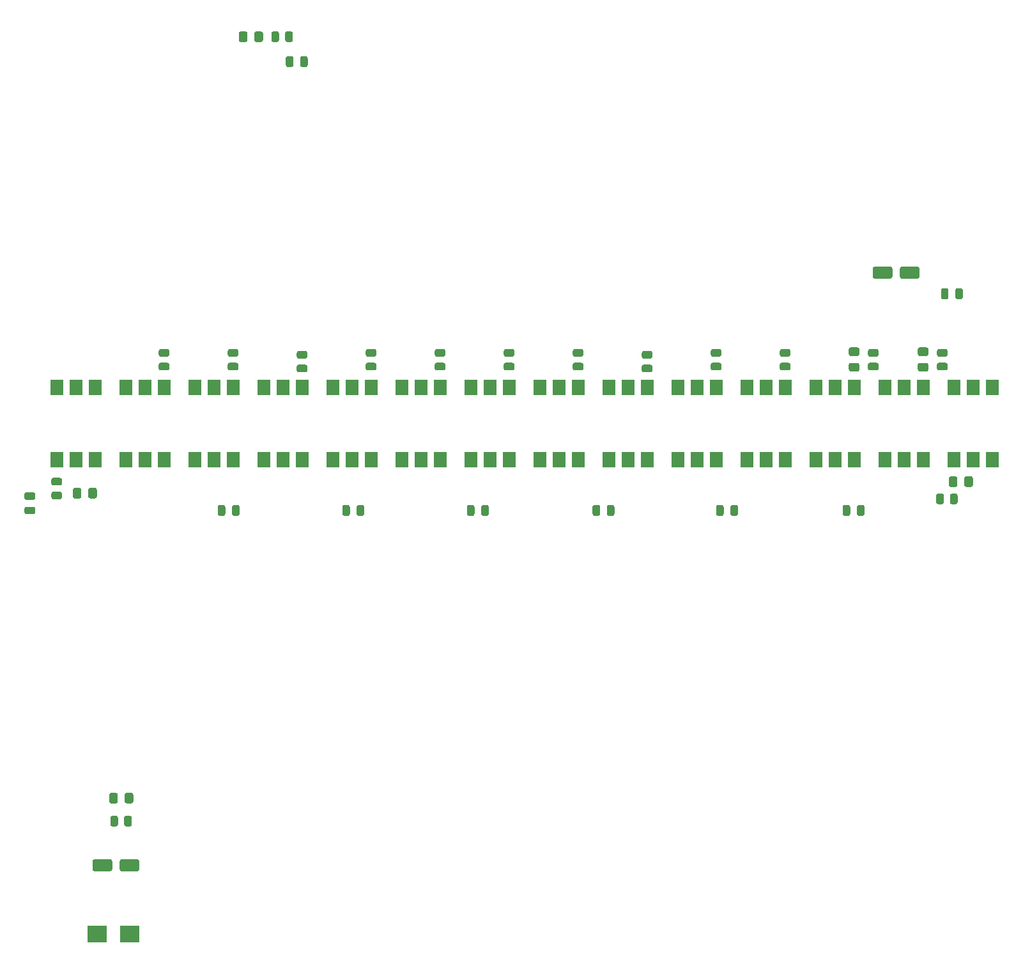
<source format=gbr>
%TF.GenerationSoftware,KiCad,Pcbnew,(5.1.7)-1*%
%TF.CreationDate,2021-01-16T21:20:15+04:00*%
%TF.ProjectId,6dof_controller,36646f66-5f63-46f6-9e74-726f6c6c6572,ver 1.0*%
%TF.SameCoordinates,Original*%
%TF.FileFunction,Paste,Top*%
%TF.FilePolarity,Positive*%
%FSLAX46Y46*%
G04 Gerber Fmt 4.6, Leading zero omitted, Abs format (unit mm)*
G04 Created by KiCad (PCBNEW (5.1.7)-1) date 2021-01-16 21:20:15*
%MOMM*%
%LPD*%
G01*
G04 APERTURE LIST*
%ADD10R,2.500000X2.300000*%
%ADD11R,1.780000X2.000000*%
G04 APERTURE END LIST*
%TO.C,D5*%
G36*
G01*
X232975999Y-72410500D02*
X233876001Y-72410500D01*
G75*
G02*
X234126000Y-72660499I0J-249999D01*
G01*
X234126000Y-73310501D01*
G75*
G02*
X233876001Y-73560500I-249999J0D01*
G01*
X232975999Y-73560500D01*
G75*
G02*
X232726000Y-73310501I0J249999D01*
G01*
X232726000Y-72660499D01*
G75*
G02*
X232975999Y-72410500I249999J0D01*
G01*
G37*
G36*
G01*
X232975999Y-70360500D02*
X233876001Y-70360500D01*
G75*
G02*
X234126000Y-70610499I0J-249999D01*
G01*
X234126000Y-71260501D01*
G75*
G02*
X233876001Y-71510500I-249999J0D01*
G01*
X232975999Y-71510500D01*
G75*
G02*
X232726000Y-71260501I0J249999D01*
G01*
X232726000Y-70610499D01*
G75*
G02*
X232975999Y-70360500I249999J0D01*
G01*
G37*
%TD*%
%TO.C,D4*%
G36*
G01*
X223831999Y-72410500D02*
X224732001Y-72410500D01*
G75*
G02*
X224982000Y-72660499I0J-249999D01*
G01*
X224982000Y-73310501D01*
G75*
G02*
X224732001Y-73560500I-249999J0D01*
G01*
X223831999Y-73560500D01*
G75*
G02*
X223582000Y-73310501I0J249999D01*
G01*
X223582000Y-72660499D01*
G75*
G02*
X223831999Y-72410500I249999J0D01*
G01*
G37*
G36*
G01*
X223831999Y-70360500D02*
X224732001Y-70360500D01*
G75*
G02*
X224982000Y-70610499I0J-249999D01*
G01*
X224982000Y-71260501D01*
G75*
G02*
X224732001Y-71510500I-249999J0D01*
G01*
X223831999Y-71510500D01*
G75*
G02*
X223582000Y-71260501I0J249999D01*
G01*
X223582000Y-70610499D01*
G75*
G02*
X223831999Y-70360500I249999J0D01*
G01*
G37*
%TD*%
%TO.C,D3*%
G36*
G01*
X144800500Y-29660001D02*
X144800500Y-28759999D01*
G75*
G02*
X145050499Y-28510000I249999J0D01*
G01*
X145700501Y-28510000D01*
G75*
G02*
X145950500Y-28759999I0J-249999D01*
G01*
X145950500Y-29660001D01*
G75*
G02*
X145700501Y-29910000I-249999J0D01*
G01*
X145050499Y-29910000D01*
G75*
G02*
X144800500Y-29660001I0J249999D01*
G01*
G37*
G36*
G01*
X142750500Y-29660001D02*
X142750500Y-28759999D01*
G75*
G02*
X143000499Y-28510000I249999J0D01*
G01*
X143650501Y-28510000D01*
G75*
G02*
X143900500Y-28759999I0J-249999D01*
G01*
X143900500Y-29660001D01*
G75*
G02*
X143650501Y-29910000I-249999J0D01*
G01*
X143000499Y-29910000D01*
G75*
G02*
X142750500Y-29660001I0J249999D01*
G01*
G37*
%TD*%
%TO.C,D2*%
G36*
G01*
X126725500Y-129597999D02*
X126725500Y-130498001D01*
G75*
G02*
X126475501Y-130748000I-249999J0D01*
G01*
X125825499Y-130748000D01*
G75*
G02*
X125575500Y-130498001I0J249999D01*
G01*
X125575500Y-129597999D01*
G75*
G02*
X125825499Y-129348000I249999J0D01*
G01*
X126475501Y-129348000D01*
G75*
G02*
X126725500Y-129597999I0J-249999D01*
G01*
G37*
G36*
G01*
X128775500Y-129597999D02*
X128775500Y-130498001D01*
G75*
G02*
X128525501Y-130748000I-249999J0D01*
G01*
X127875499Y-130748000D01*
G75*
G02*
X127625500Y-130498001I0J249999D01*
G01*
X127625500Y-129597999D01*
G75*
G02*
X127875499Y-129348000I249999J0D01*
G01*
X128525501Y-129348000D01*
G75*
G02*
X128775500Y-129597999I0J-249999D01*
G01*
G37*
%TD*%
%TO.C,\u002AD4*%
G36*
G01*
X121899500Y-89211999D02*
X121899500Y-90112001D01*
G75*
G02*
X121649501Y-90362000I-249999J0D01*
G01*
X120999499Y-90362000D01*
G75*
G02*
X120749500Y-90112001I0J249999D01*
G01*
X120749500Y-89211999D01*
G75*
G02*
X120999499Y-88962000I249999J0D01*
G01*
X121649501Y-88962000D01*
G75*
G02*
X121899500Y-89211999I0J-249999D01*
G01*
G37*
G36*
G01*
X123949500Y-89211999D02*
X123949500Y-90112001D01*
G75*
G02*
X123699501Y-90362000I-249999J0D01*
G01*
X123049499Y-90362000D01*
G75*
G02*
X122799500Y-90112001I0J249999D01*
G01*
X122799500Y-89211999D01*
G75*
G02*
X123049499Y-88962000I249999J0D01*
G01*
X123699501Y-88962000D01*
G75*
G02*
X123949500Y-89211999I0J-249999D01*
G01*
G37*
%TD*%
%TO.C,\u002AD1*%
G36*
G01*
X237977500Y-87687999D02*
X237977500Y-88588001D01*
G75*
G02*
X237727501Y-88838000I-249999J0D01*
G01*
X237077499Y-88838000D01*
G75*
G02*
X236827500Y-88588001I0J249999D01*
G01*
X236827500Y-87687999D01*
G75*
G02*
X237077499Y-87438000I249999J0D01*
G01*
X237727501Y-87438000D01*
G75*
G02*
X237977500Y-87687999I0J-249999D01*
G01*
G37*
G36*
G01*
X240027500Y-87687999D02*
X240027500Y-88588001D01*
G75*
G02*
X239777501Y-88838000I-249999J0D01*
G01*
X239127499Y-88838000D01*
G75*
G02*
X238877500Y-88588001I0J249999D01*
G01*
X238877500Y-87687999D01*
G75*
G02*
X239127499Y-87438000I249999J0D01*
G01*
X239777501Y-87438000D01*
G75*
G02*
X240027500Y-87687999I0J-249999D01*
G01*
G37*
%TD*%
%TO.C,C13*%
G36*
G01*
X191524000Y-92423000D02*
X191524000Y-91473000D01*
G75*
G02*
X191774000Y-91223000I250000J0D01*
G01*
X192274000Y-91223000D01*
G75*
G02*
X192524000Y-91473000I0J-250000D01*
G01*
X192524000Y-92423000D01*
G75*
G02*
X192274000Y-92673000I-250000J0D01*
G01*
X191774000Y-92673000D01*
G75*
G02*
X191524000Y-92423000I0J250000D01*
G01*
G37*
G36*
G01*
X189624000Y-92423000D02*
X189624000Y-91473000D01*
G75*
G02*
X189874000Y-91223000I250000J0D01*
G01*
X190374000Y-91223000D01*
G75*
G02*
X190624000Y-91473000I0J-250000D01*
G01*
X190624000Y-92423000D01*
G75*
G02*
X190374000Y-92673000I-250000J0D01*
G01*
X189874000Y-92673000D01*
G75*
G02*
X189624000Y-92423000I0J250000D01*
G01*
G37*
%TD*%
%TO.C,C11*%
G36*
G01*
X224666000Y-92423000D02*
X224666000Y-91473000D01*
G75*
G02*
X224916000Y-91223000I250000J0D01*
G01*
X225416000Y-91223000D01*
G75*
G02*
X225666000Y-91473000I0J-250000D01*
G01*
X225666000Y-92423000D01*
G75*
G02*
X225416000Y-92673000I-250000J0D01*
G01*
X224916000Y-92673000D01*
G75*
G02*
X224666000Y-92423000I0J250000D01*
G01*
G37*
G36*
G01*
X222766000Y-92423000D02*
X222766000Y-91473000D01*
G75*
G02*
X223016000Y-91223000I250000J0D01*
G01*
X223516000Y-91223000D01*
G75*
G02*
X223766000Y-91473000I0J-250000D01*
G01*
X223766000Y-92423000D01*
G75*
G02*
X223516000Y-92673000I-250000J0D01*
G01*
X223016000Y-92673000D01*
G75*
G02*
X222766000Y-92423000I0J250000D01*
G01*
G37*
%TD*%
%TO.C,C9*%
G36*
G01*
X158372000Y-92423000D02*
X158372000Y-91473000D01*
G75*
G02*
X158622000Y-91223000I250000J0D01*
G01*
X159122000Y-91223000D01*
G75*
G02*
X159372000Y-91473000I0J-250000D01*
G01*
X159372000Y-92423000D01*
G75*
G02*
X159122000Y-92673000I-250000J0D01*
G01*
X158622000Y-92673000D01*
G75*
G02*
X158372000Y-92423000I0J250000D01*
G01*
G37*
G36*
G01*
X156472000Y-92423000D02*
X156472000Y-91473000D01*
G75*
G02*
X156722000Y-91223000I250000J0D01*
G01*
X157222000Y-91223000D01*
G75*
G02*
X157472000Y-91473000I0J-250000D01*
G01*
X157472000Y-92423000D01*
G75*
G02*
X157222000Y-92673000I-250000J0D01*
G01*
X156722000Y-92673000D01*
G75*
G02*
X156472000Y-92423000I0J250000D01*
G01*
G37*
%TD*%
%TO.C,C18*%
G36*
G01*
X237686000Y-63721000D02*
X237686000Y-62771000D01*
G75*
G02*
X237936000Y-62521000I250000J0D01*
G01*
X238436000Y-62521000D01*
G75*
G02*
X238686000Y-62771000I0J-250000D01*
G01*
X238686000Y-63721000D01*
G75*
G02*
X238436000Y-63971000I-250000J0D01*
G01*
X237936000Y-63971000D01*
G75*
G02*
X237686000Y-63721000I0J250000D01*
G01*
G37*
G36*
G01*
X235786000Y-63721000D02*
X235786000Y-62771000D01*
G75*
G02*
X236036000Y-62521000I250000J0D01*
G01*
X236536000Y-62521000D01*
G75*
G02*
X236786000Y-62771000I0J-250000D01*
G01*
X236786000Y-63721000D01*
G75*
G02*
X236536000Y-63971000I-250000J0D01*
G01*
X236036000Y-63971000D01*
G75*
G02*
X235786000Y-63721000I0J250000D01*
G01*
G37*
%TD*%
%TO.C,C17*%
G36*
G01*
X149984000Y-32037000D02*
X149984000Y-32987000D01*
G75*
G02*
X149734000Y-33237000I-250000J0D01*
G01*
X149234000Y-33237000D01*
G75*
G02*
X148984000Y-32987000I0J250000D01*
G01*
X148984000Y-32037000D01*
G75*
G02*
X149234000Y-31787000I250000J0D01*
G01*
X149734000Y-31787000D01*
G75*
G02*
X149984000Y-32037000I0J-250000D01*
G01*
G37*
G36*
G01*
X151884000Y-32037000D02*
X151884000Y-32987000D01*
G75*
G02*
X151634000Y-33237000I-250000J0D01*
G01*
X151134000Y-33237000D01*
G75*
G02*
X150884000Y-32987000I0J250000D01*
G01*
X150884000Y-32037000D01*
G75*
G02*
X151134000Y-31787000I250000J0D01*
G01*
X151634000Y-31787000D01*
G75*
G02*
X151884000Y-32037000I0J-250000D01*
G01*
G37*
%TD*%
%TO.C,C7*%
G36*
G01*
X207902000Y-92423000D02*
X207902000Y-91473000D01*
G75*
G02*
X208152000Y-91223000I250000J0D01*
G01*
X208652000Y-91223000D01*
G75*
G02*
X208902000Y-91473000I0J-250000D01*
G01*
X208902000Y-92423000D01*
G75*
G02*
X208652000Y-92673000I-250000J0D01*
G01*
X208152000Y-92673000D01*
G75*
G02*
X207902000Y-92423000I0J250000D01*
G01*
G37*
G36*
G01*
X206002000Y-92423000D02*
X206002000Y-91473000D01*
G75*
G02*
X206252000Y-91223000I250000J0D01*
G01*
X206752000Y-91223000D01*
G75*
G02*
X207002000Y-91473000I0J-250000D01*
G01*
X207002000Y-92423000D01*
G75*
G02*
X206752000Y-92673000I-250000J0D01*
G01*
X206252000Y-92673000D01*
G75*
G02*
X206002000Y-92423000I0J250000D01*
G01*
G37*
%TD*%
%TO.C,C5*%
G36*
G01*
X115537000Y-90548000D02*
X114587000Y-90548000D01*
G75*
G02*
X114337000Y-90298000I0J250000D01*
G01*
X114337000Y-89798000D01*
G75*
G02*
X114587000Y-89548000I250000J0D01*
G01*
X115537000Y-89548000D01*
G75*
G02*
X115787000Y-89798000I0J-250000D01*
G01*
X115787000Y-90298000D01*
G75*
G02*
X115537000Y-90548000I-250000J0D01*
G01*
G37*
G36*
G01*
X115537000Y-92448000D02*
X114587000Y-92448000D01*
G75*
G02*
X114337000Y-92198000I0J250000D01*
G01*
X114337000Y-91698000D01*
G75*
G02*
X114587000Y-91448000I250000J0D01*
G01*
X115537000Y-91448000D01*
G75*
G02*
X115787000Y-91698000I0J-250000D01*
G01*
X115787000Y-92198000D01*
G75*
G02*
X115537000Y-92448000I-250000J0D01*
G01*
G37*
%TD*%
%TO.C,C3*%
G36*
G01*
X174882000Y-92423000D02*
X174882000Y-91473000D01*
G75*
G02*
X175132000Y-91223000I250000J0D01*
G01*
X175632000Y-91223000D01*
G75*
G02*
X175882000Y-91473000I0J-250000D01*
G01*
X175882000Y-92423000D01*
G75*
G02*
X175632000Y-92673000I-250000J0D01*
G01*
X175132000Y-92673000D01*
G75*
G02*
X174882000Y-92423000I0J250000D01*
G01*
G37*
G36*
G01*
X172982000Y-92423000D02*
X172982000Y-91473000D01*
G75*
G02*
X173232000Y-91223000I250000J0D01*
G01*
X173732000Y-91223000D01*
G75*
G02*
X173982000Y-91473000I0J-250000D01*
G01*
X173982000Y-92423000D01*
G75*
G02*
X173732000Y-92673000I-250000J0D01*
G01*
X173232000Y-92673000D01*
G75*
G02*
X172982000Y-92423000I0J250000D01*
G01*
G37*
%TD*%
%TO.C,C2*%
G36*
G01*
X141862000Y-92423000D02*
X141862000Y-91473000D01*
G75*
G02*
X142112000Y-91223000I250000J0D01*
G01*
X142612000Y-91223000D01*
G75*
G02*
X142862000Y-91473000I0J-250000D01*
G01*
X142862000Y-92423000D01*
G75*
G02*
X142612000Y-92673000I-250000J0D01*
G01*
X142112000Y-92673000D01*
G75*
G02*
X141862000Y-92423000I0J250000D01*
G01*
G37*
G36*
G01*
X139962000Y-92423000D02*
X139962000Y-91473000D01*
G75*
G02*
X140212000Y-91223000I250000J0D01*
G01*
X140712000Y-91223000D01*
G75*
G02*
X140962000Y-91473000I0J-250000D01*
G01*
X140962000Y-92423000D01*
G75*
G02*
X140712000Y-92673000I-250000J0D01*
G01*
X140212000Y-92673000D01*
G75*
G02*
X139962000Y-92423000I0J250000D01*
G01*
G37*
%TD*%
%TO.C,C15*%
G36*
G01*
X229348000Y-59902000D02*
X229348000Y-61002000D01*
G75*
G02*
X229098000Y-61252000I-250000J0D01*
G01*
X226998000Y-61252000D01*
G75*
G02*
X226748000Y-61002000I0J250000D01*
G01*
X226748000Y-59902000D01*
G75*
G02*
X226998000Y-59652000I250000J0D01*
G01*
X229098000Y-59652000D01*
G75*
G02*
X229348000Y-59902000I0J-250000D01*
G01*
G37*
G36*
G01*
X232948000Y-59902000D02*
X232948000Y-61002000D01*
G75*
G02*
X232698000Y-61252000I-250000J0D01*
G01*
X230598000Y-61252000D01*
G75*
G02*
X230348000Y-61002000I0J250000D01*
G01*
X230348000Y-59902000D01*
G75*
G02*
X230598000Y-59652000I250000J0D01*
G01*
X232698000Y-59652000D01*
G75*
G02*
X232948000Y-59902000I0J-250000D01*
G01*
G37*
%TD*%
%TO.C,C1*%
G36*
G01*
X129570000Y-138388000D02*
X129570000Y-139488000D01*
G75*
G02*
X129320000Y-139738000I-250000J0D01*
G01*
X127220000Y-139738000D01*
G75*
G02*
X126970000Y-139488000I0J250000D01*
G01*
X126970000Y-138388000D01*
G75*
G02*
X127220000Y-138138000I250000J0D01*
G01*
X129320000Y-138138000D01*
G75*
G02*
X129570000Y-138388000I0J-250000D01*
G01*
G37*
G36*
G01*
X125970000Y-138388000D02*
X125970000Y-139488000D01*
G75*
G02*
X125720000Y-139738000I-250000J0D01*
G01*
X123620000Y-139738000D01*
G75*
G02*
X123370000Y-139488000I0J250000D01*
G01*
X123370000Y-138388000D01*
G75*
G02*
X123620000Y-138138000I250000J0D01*
G01*
X125720000Y-138138000D01*
G75*
G02*
X125970000Y-138388000I0J-250000D01*
G01*
G37*
%TD*%
D10*
%TO.C,\u002AD2*%
X123970000Y-148082000D03*
X128270000Y-148082000D03*
%TD*%
%TO.C,R3*%
G36*
G01*
X226371998Y-72385500D02*
X227272002Y-72385500D01*
G75*
G02*
X227522000Y-72635498I0J-249998D01*
G01*
X227522000Y-73160502D01*
G75*
G02*
X227272002Y-73410500I-249998J0D01*
G01*
X226371998Y-73410500D01*
G75*
G02*
X226122000Y-73160502I0J249998D01*
G01*
X226122000Y-72635498D01*
G75*
G02*
X226371998Y-72385500I249998J0D01*
G01*
G37*
G36*
G01*
X226371998Y-70560500D02*
X227272002Y-70560500D01*
G75*
G02*
X227522000Y-70810498I0J-249998D01*
G01*
X227522000Y-71335502D01*
G75*
G02*
X227272002Y-71585500I-249998J0D01*
G01*
X226371998Y-71585500D01*
G75*
G02*
X226122000Y-71335502I0J249998D01*
G01*
X226122000Y-70810498D01*
G75*
G02*
X226371998Y-70560500I249998J0D01*
G01*
G37*
%TD*%
%TO.C,R2*%
G36*
G01*
X148086500Y-28759998D02*
X148086500Y-29660002D01*
G75*
G02*
X147836502Y-29910000I-249998J0D01*
G01*
X147311498Y-29910000D01*
G75*
G02*
X147061500Y-29660002I0J249998D01*
G01*
X147061500Y-28759998D01*
G75*
G02*
X147311498Y-28510000I249998J0D01*
G01*
X147836502Y-28510000D01*
G75*
G02*
X148086500Y-28759998I0J-249998D01*
G01*
G37*
G36*
G01*
X149911500Y-28759998D02*
X149911500Y-29660002D01*
G75*
G02*
X149661502Y-29910000I-249998J0D01*
G01*
X149136498Y-29910000D01*
G75*
G02*
X148886500Y-29660002I0J249998D01*
G01*
X148886500Y-28759998D01*
G75*
G02*
X149136498Y-28510000I249998J0D01*
G01*
X149661502Y-28510000D01*
G75*
G02*
X149911500Y-28759998I0J-249998D01*
G01*
G37*
%TD*%
%TO.C,\u002AR1*%
G36*
G01*
X238002500Y-89973998D02*
X238002500Y-90874002D01*
G75*
G02*
X237752502Y-91124000I-249998J0D01*
G01*
X237227498Y-91124000D01*
G75*
G02*
X236977500Y-90874002I0J249998D01*
G01*
X236977500Y-89973998D01*
G75*
G02*
X237227498Y-89724000I249998J0D01*
G01*
X237752502Y-89724000D01*
G75*
G02*
X238002500Y-89973998I0J-249998D01*
G01*
G37*
G36*
G01*
X236177500Y-89973998D02*
X236177500Y-90874002D01*
G75*
G02*
X235927502Y-91124000I-249998J0D01*
G01*
X235402498Y-91124000D01*
G75*
G02*
X235152500Y-90874002I0J249998D01*
G01*
X235152500Y-89973998D01*
G75*
G02*
X235402498Y-89724000I249998J0D01*
G01*
X235927502Y-89724000D01*
G75*
G02*
X236177500Y-89973998I0J-249998D01*
G01*
G37*
%TD*%
%TO.C,R1*%
G36*
G01*
X126750500Y-132645998D02*
X126750500Y-133546002D01*
G75*
G02*
X126500502Y-133796000I-249998J0D01*
G01*
X125975498Y-133796000D01*
G75*
G02*
X125725500Y-133546002I0J249998D01*
G01*
X125725500Y-132645998D01*
G75*
G02*
X125975498Y-132396000I249998J0D01*
G01*
X126500502Y-132396000D01*
G75*
G02*
X126750500Y-132645998I0J-249998D01*
G01*
G37*
G36*
G01*
X128575500Y-132645998D02*
X128575500Y-133546002D01*
G75*
G02*
X128325502Y-133796000I-249998J0D01*
G01*
X127800498Y-133796000D01*
G75*
G02*
X127550500Y-133546002I0J249998D01*
G01*
X127550500Y-132645998D01*
G75*
G02*
X127800498Y-132396000I249998J0D01*
G01*
X128325502Y-132396000D01*
G75*
G02*
X128575500Y-132645998I0J-249998D01*
G01*
G37*
%TD*%
%TO.C,R4*%
G36*
G01*
X205543998Y-70560500D02*
X206444002Y-70560500D01*
G75*
G02*
X206694000Y-70810498I0J-249998D01*
G01*
X206694000Y-71335502D01*
G75*
G02*
X206444002Y-71585500I-249998J0D01*
G01*
X205543998Y-71585500D01*
G75*
G02*
X205294000Y-71335502I0J249998D01*
G01*
X205294000Y-70810498D01*
G75*
G02*
X205543998Y-70560500I249998J0D01*
G01*
G37*
G36*
G01*
X205543998Y-72385500D02*
X206444002Y-72385500D01*
G75*
G02*
X206694000Y-72635498I0J-249998D01*
G01*
X206694000Y-73160502D01*
G75*
G02*
X206444002Y-73410500I-249998J0D01*
G01*
X205543998Y-73410500D01*
G75*
G02*
X205294000Y-73160502I0J249998D01*
G01*
X205294000Y-72635498D01*
G75*
G02*
X205543998Y-72385500I249998J0D01*
G01*
G37*
%TD*%
%TO.C,R5*%
G36*
G01*
X187255998Y-70560500D02*
X188156002Y-70560500D01*
G75*
G02*
X188406000Y-70810498I0J-249998D01*
G01*
X188406000Y-71335502D01*
G75*
G02*
X188156002Y-71585500I-249998J0D01*
G01*
X187255998Y-71585500D01*
G75*
G02*
X187006000Y-71335502I0J249998D01*
G01*
X187006000Y-70810498D01*
G75*
G02*
X187255998Y-70560500I249998J0D01*
G01*
G37*
G36*
G01*
X187255998Y-72385500D02*
X188156002Y-72385500D01*
G75*
G02*
X188406000Y-72635498I0J-249998D01*
G01*
X188406000Y-73160502D01*
G75*
G02*
X188156002Y-73410500I-249998J0D01*
G01*
X187255998Y-73410500D01*
G75*
G02*
X187006000Y-73160502I0J249998D01*
G01*
X187006000Y-72635498D01*
G75*
G02*
X187255998Y-72385500I249998J0D01*
G01*
G37*
%TD*%
%TO.C,R6*%
G36*
G01*
X168967998Y-70560500D02*
X169868002Y-70560500D01*
G75*
G02*
X170118000Y-70810498I0J-249998D01*
G01*
X170118000Y-71335502D01*
G75*
G02*
X169868002Y-71585500I-249998J0D01*
G01*
X168967998Y-71585500D01*
G75*
G02*
X168718000Y-71335502I0J249998D01*
G01*
X168718000Y-70810498D01*
G75*
G02*
X168967998Y-70560500I249998J0D01*
G01*
G37*
G36*
G01*
X168967998Y-72385500D02*
X169868002Y-72385500D01*
G75*
G02*
X170118000Y-72635498I0J-249998D01*
G01*
X170118000Y-73160502D01*
G75*
G02*
X169868002Y-73410500I-249998J0D01*
G01*
X168967998Y-73410500D01*
G75*
G02*
X168718000Y-73160502I0J249998D01*
G01*
X168718000Y-72635498D01*
G75*
G02*
X168967998Y-72385500I249998J0D01*
G01*
G37*
%TD*%
%TO.C,R7*%
G36*
G01*
X150679998Y-70814500D02*
X151580002Y-70814500D01*
G75*
G02*
X151830000Y-71064498I0J-249998D01*
G01*
X151830000Y-71589502D01*
G75*
G02*
X151580002Y-71839500I-249998J0D01*
G01*
X150679998Y-71839500D01*
G75*
G02*
X150430000Y-71589502I0J249998D01*
G01*
X150430000Y-71064498D01*
G75*
G02*
X150679998Y-70814500I249998J0D01*
G01*
G37*
G36*
G01*
X150679998Y-72639500D02*
X151580002Y-72639500D01*
G75*
G02*
X151830000Y-72889498I0J-249998D01*
G01*
X151830000Y-73414502D01*
G75*
G02*
X151580002Y-73664500I-249998J0D01*
G01*
X150679998Y-73664500D01*
G75*
G02*
X150430000Y-73414502I0J249998D01*
G01*
X150430000Y-72889498D01*
G75*
G02*
X150679998Y-72639500I249998J0D01*
G01*
G37*
%TD*%
%TO.C,R8*%
G36*
G01*
X132391998Y-70560500D02*
X133292002Y-70560500D01*
G75*
G02*
X133542000Y-70810498I0J-249998D01*
G01*
X133542000Y-71335502D01*
G75*
G02*
X133292002Y-71585500I-249998J0D01*
G01*
X132391998Y-71585500D01*
G75*
G02*
X132142000Y-71335502I0J249998D01*
G01*
X132142000Y-70810498D01*
G75*
G02*
X132391998Y-70560500I249998J0D01*
G01*
G37*
G36*
G01*
X132391998Y-72385500D02*
X133292002Y-72385500D01*
G75*
G02*
X133542000Y-72635498I0J-249998D01*
G01*
X133542000Y-73160502D01*
G75*
G02*
X133292002Y-73410500I-249998J0D01*
G01*
X132391998Y-73410500D01*
G75*
G02*
X132142000Y-73160502I0J249998D01*
G01*
X132142000Y-72635498D01*
G75*
G02*
X132391998Y-72385500I249998J0D01*
G01*
G37*
%TD*%
%TO.C,\u002AR2*%
G36*
G01*
X119068002Y-88650500D02*
X118167998Y-88650500D01*
G75*
G02*
X117918000Y-88400502I0J249998D01*
G01*
X117918000Y-87875498D01*
G75*
G02*
X118167998Y-87625500I249998J0D01*
G01*
X119068002Y-87625500D01*
G75*
G02*
X119318000Y-87875498I0J-249998D01*
G01*
X119318000Y-88400502D01*
G75*
G02*
X119068002Y-88650500I-249998J0D01*
G01*
G37*
G36*
G01*
X119068002Y-90475500D02*
X118167998Y-90475500D01*
G75*
G02*
X117918000Y-90225502I0J249998D01*
G01*
X117918000Y-89700498D01*
G75*
G02*
X118167998Y-89450500I249998J0D01*
G01*
X119068002Y-89450500D01*
G75*
G02*
X119318000Y-89700498I0J-249998D01*
G01*
X119318000Y-90225502D01*
G75*
G02*
X119068002Y-90475500I-249998J0D01*
G01*
G37*
%TD*%
%TO.C,R9*%
G36*
G01*
X235515998Y-70560500D02*
X236416002Y-70560500D01*
G75*
G02*
X236666000Y-70810498I0J-249998D01*
G01*
X236666000Y-71335502D01*
G75*
G02*
X236416002Y-71585500I-249998J0D01*
G01*
X235515998Y-71585500D01*
G75*
G02*
X235266000Y-71335502I0J249998D01*
G01*
X235266000Y-70810498D01*
G75*
G02*
X235515998Y-70560500I249998J0D01*
G01*
G37*
G36*
G01*
X235515998Y-72385500D02*
X236416002Y-72385500D01*
G75*
G02*
X236666000Y-72635498I0J-249998D01*
G01*
X236666000Y-73160502D01*
G75*
G02*
X236416002Y-73410500I-249998J0D01*
G01*
X235515998Y-73410500D01*
G75*
G02*
X235266000Y-73160502I0J249998D01*
G01*
X235266000Y-72635498D01*
G75*
G02*
X235515998Y-72385500I249998J0D01*
G01*
G37*
%TD*%
%TO.C,R10*%
G36*
G01*
X214687998Y-72385500D02*
X215588002Y-72385500D01*
G75*
G02*
X215838000Y-72635498I0J-249998D01*
G01*
X215838000Y-73160502D01*
G75*
G02*
X215588002Y-73410500I-249998J0D01*
G01*
X214687998Y-73410500D01*
G75*
G02*
X214438000Y-73160502I0J249998D01*
G01*
X214438000Y-72635498D01*
G75*
G02*
X214687998Y-72385500I249998J0D01*
G01*
G37*
G36*
G01*
X214687998Y-70560500D02*
X215588002Y-70560500D01*
G75*
G02*
X215838000Y-70810498I0J-249998D01*
G01*
X215838000Y-71335502D01*
G75*
G02*
X215588002Y-71585500I-249998J0D01*
G01*
X214687998Y-71585500D01*
G75*
G02*
X214438000Y-71335502I0J249998D01*
G01*
X214438000Y-70810498D01*
G75*
G02*
X214687998Y-70560500I249998J0D01*
G01*
G37*
%TD*%
%TO.C,R11*%
G36*
G01*
X196399998Y-70814500D02*
X197300002Y-70814500D01*
G75*
G02*
X197550000Y-71064498I0J-249998D01*
G01*
X197550000Y-71589502D01*
G75*
G02*
X197300002Y-71839500I-249998J0D01*
G01*
X196399998Y-71839500D01*
G75*
G02*
X196150000Y-71589502I0J249998D01*
G01*
X196150000Y-71064498D01*
G75*
G02*
X196399998Y-70814500I249998J0D01*
G01*
G37*
G36*
G01*
X196399998Y-72639500D02*
X197300002Y-72639500D01*
G75*
G02*
X197550000Y-72889498I0J-249998D01*
G01*
X197550000Y-73414502D01*
G75*
G02*
X197300002Y-73664500I-249998J0D01*
G01*
X196399998Y-73664500D01*
G75*
G02*
X196150000Y-73414502I0J249998D01*
G01*
X196150000Y-72889498D01*
G75*
G02*
X196399998Y-72639500I249998J0D01*
G01*
G37*
%TD*%
%TO.C,R12*%
G36*
G01*
X178111998Y-72385500D02*
X179012002Y-72385500D01*
G75*
G02*
X179262000Y-72635498I0J-249998D01*
G01*
X179262000Y-73160502D01*
G75*
G02*
X179012002Y-73410500I-249998J0D01*
G01*
X178111998Y-73410500D01*
G75*
G02*
X177862000Y-73160502I0J249998D01*
G01*
X177862000Y-72635498D01*
G75*
G02*
X178111998Y-72385500I249998J0D01*
G01*
G37*
G36*
G01*
X178111998Y-70560500D02*
X179012002Y-70560500D01*
G75*
G02*
X179262000Y-70810498I0J-249998D01*
G01*
X179262000Y-71335502D01*
G75*
G02*
X179012002Y-71585500I-249998J0D01*
G01*
X178111998Y-71585500D01*
G75*
G02*
X177862000Y-71335502I0J249998D01*
G01*
X177862000Y-70810498D01*
G75*
G02*
X178111998Y-70560500I249998J0D01*
G01*
G37*
%TD*%
%TO.C,R13*%
G36*
G01*
X159823998Y-70560500D02*
X160724002Y-70560500D01*
G75*
G02*
X160974000Y-70810498I0J-249998D01*
G01*
X160974000Y-71335502D01*
G75*
G02*
X160724002Y-71585500I-249998J0D01*
G01*
X159823998Y-71585500D01*
G75*
G02*
X159574000Y-71335502I0J249998D01*
G01*
X159574000Y-70810498D01*
G75*
G02*
X159823998Y-70560500I249998J0D01*
G01*
G37*
G36*
G01*
X159823998Y-72385500D02*
X160724002Y-72385500D01*
G75*
G02*
X160974000Y-72635498I0J-249998D01*
G01*
X160974000Y-73160502D01*
G75*
G02*
X160724002Y-73410500I-249998J0D01*
G01*
X159823998Y-73410500D01*
G75*
G02*
X159574000Y-73160502I0J249998D01*
G01*
X159574000Y-72635498D01*
G75*
G02*
X159823998Y-72385500I249998J0D01*
G01*
G37*
%TD*%
%TO.C,R14*%
G36*
G01*
X141535998Y-72385500D02*
X142436002Y-72385500D01*
G75*
G02*
X142686000Y-72635498I0J-249998D01*
G01*
X142686000Y-73160502D01*
G75*
G02*
X142436002Y-73410500I-249998J0D01*
G01*
X141535998Y-73410500D01*
G75*
G02*
X141286000Y-73160502I0J249998D01*
G01*
X141286000Y-72635498D01*
G75*
G02*
X141535998Y-72385500I249998J0D01*
G01*
G37*
G36*
G01*
X141535998Y-70560500D02*
X142436002Y-70560500D01*
G75*
G02*
X142686000Y-70810498I0J-249998D01*
G01*
X142686000Y-71335502D01*
G75*
G02*
X142436002Y-71585500I-249998J0D01*
G01*
X141535998Y-71585500D01*
G75*
G02*
X141286000Y-71335502I0J249998D01*
G01*
X141286000Y-70810498D01*
G75*
G02*
X141535998Y-70560500I249998J0D01*
G01*
G37*
%TD*%
D11*
%TO.C,U3*%
X224282000Y-75692000D03*
X219202000Y-85222000D03*
X221742000Y-75692000D03*
X221742000Y-85222000D03*
X219202000Y-75692000D03*
X224282000Y-85222000D03*
%TD*%
%TO.C,\u002AU1*%
X237490000Y-75692000D03*
X242570000Y-85222000D03*
X240030000Y-75692000D03*
X240030000Y-85222000D03*
X242570000Y-75692000D03*
X237490000Y-85222000D03*
%TD*%
%TO.C,U4*%
X205994000Y-85222000D03*
X200914000Y-75692000D03*
X203454000Y-85222000D03*
X203454000Y-75692000D03*
X200914000Y-85222000D03*
X205994000Y-75692000D03*
%TD*%
%TO.C,U5*%
X187706000Y-75692000D03*
X182626000Y-85222000D03*
X185166000Y-75692000D03*
X185166000Y-85222000D03*
X182626000Y-75692000D03*
X187706000Y-85222000D03*
%TD*%
%TO.C,U6*%
X169418000Y-85222000D03*
X164338000Y-75692000D03*
X166878000Y-85222000D03*
X166878000Y-75692000D03*
X164338000Y-85222000D03*
X169418000Y-75692000D03*
%TD*%
%TO.C,U7*%
X151130000Y-75692000D03*
X146050000Y-85222000D03*
X148590000Y-75692000D03*
X148590000Y-85222000D03*
X146050000Y-75692000D03*
X151130000Y-85222000D03*
%TD*%
%TO.C,U8*%
X132842000Y-85222000D03*
X127762000Y-75692000D03*
X130302000Y-85222000D03*
X130302000Y-75692000D03*
X127762000Y-85222000D03*
X132842000Y-75692000D03*
%TD*%
%TO.C,\u002AU2*%
X118618000Y-85222000D03*
X123698000Y-75692000D03*
X121158000Y-85222000D03*
X121158000Y-75692000D03*
X123698000Y-85222000D03*
X118618000Y-75692000D03*
%TD*%
%TO.C,U9*%
X233426000Y-75692000D03*
X228346000Y-85222000D03*
X230886000Y-75692000D03*
X230886000Y-85222000D03*
X228346000Y-75692000D03*
X233426000Y-85222000D03*
%TD*%
%TO.C,U10*%
X215138000Y-85222000D03*
X210058000Y-75692000D03*
X212598000Y-85222000D03*
X212598000Y-75692000D03*
X210058000Y-85222000D03*
X215138000Y-75692000D03*
%TD*%
%TO.C,U11*%
X196850000Y-75692000D03*
X191770000Y-85222000D03*
X194310000Y-75692000D03*
X194310000Y-85222000D03*
X191770000Y-75692000D03*
X196850000Y-85222000D03*
%TD*%
%TO.C,U12*%
X178562000Y-75692000D03*
X173482000Y-85222000D03*
X176022000Y-75692000D03*
X176022000Y-85222000D03*
X173482000Y-75692000D03*
X178562000Y-85222000D03*
%TD*%
%TO.C,U13*%
X160274000Y-85222000D03*
X155194000Y-75692000D03*
X157734000Y-85222000D03*
X157734000Y-75692000D03*
X155194000Y-85222000D03*
X160274000Y-75692000D03*
%TD*%
%TO.C,U14*%
X141986000Y-75692000D03*
X136906000Y-85222000D03*
X139446000Y-75692000D03*
X139446000Y-85222000D03*
X136906000Y-75692000D03*
X141986000Y-85222000D03*
%TD*%
M02*

</source>
